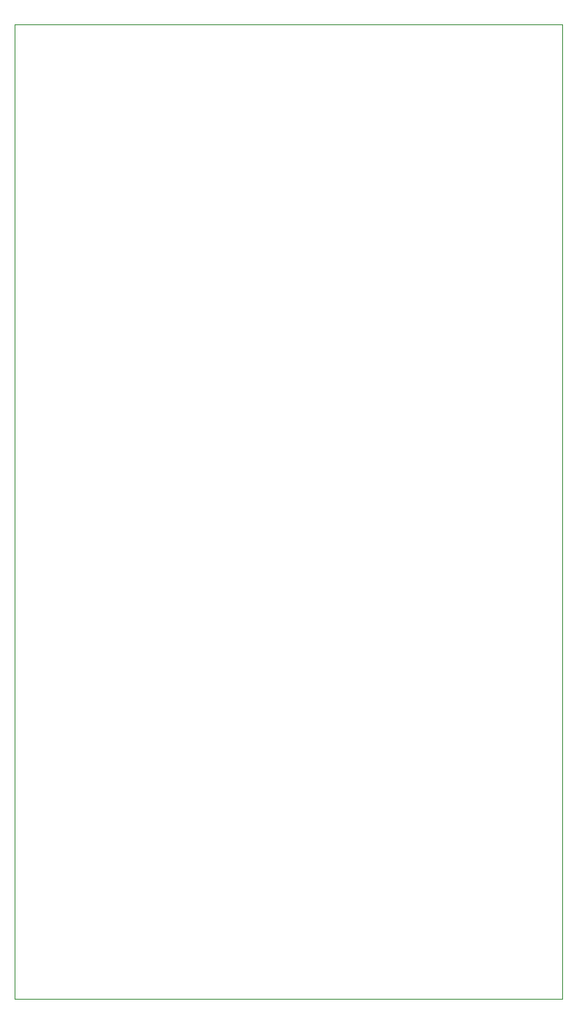
<source format=gm1>
G04 #@! TF.GenerationSoftware,KiCad,Pcbnew,(6.0.7)*
G04 #@! TF.CreationDate,2023-04-24T21:56:03-07:00*
G04 #@! TF.ProjectId,OBC-Attempt-2,4f42432d-4174-4746-956d-70742d322e6b,rev?*
G04 #@! TF.SameCoordinates,Original*
G04 #@! TF.FileFunction,Profile,NP*
%FSLAX46Y46*%
G04 Gerber Fmt 4.6, Leading zero omitted, Abs format (unit mm)*
G04 Created by KiCad (PCBNEW (6.0.7)) date 2023-04-24 21:56:03*
%MOMM*%
%LPD*%
G01*
G04 APERTURE LIST*
G04 #@! TA.AperFunction,Profile*
%ADD10C,0.100000*%
G04 #@! TD*
G04 APERTURE END LIST*
D10*
X25400000Y-25400000D02*
X82550000Y-25400000D01*
X82550000Y-25400000D02*
X82550000Y-127000000D01*
X82550000Y-127000000D02*
X25400000Y-127000000D01*
X25400000Y-127000000D02*
X25400000Y-25400000D01*
M02*

</source>
